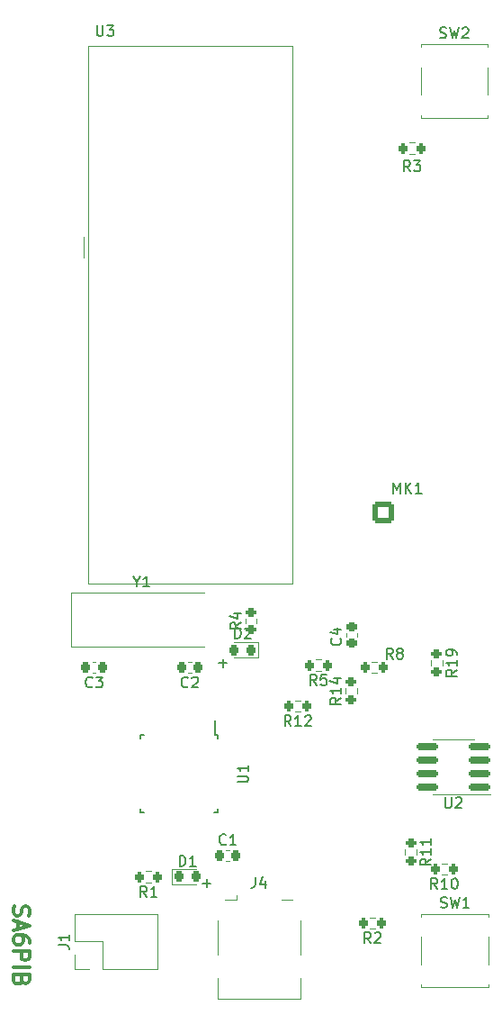
<source format=gto>
%TF.GenerationSoftware,KiCad,Pcbnew,6.0.6*%
%TF.CreationDate,2022-07-20T10:20:16+02:00*%
%TF.ProjectId,H_vfTimer,48e47666-5469-46d6-9572-2e6b69636164,rev?*%
%TF.SameCoordinates,Original*%
%TF.FileFunction,Legend,Top*%
%TF.FilePolarity,Positive*%
%FSLAX46Y46*%
G04 Gerber Fmt 4.6, Leading zero omitted, Abs format (unit mm)*
G04 Created by KiCad (PCBNEW 6.0.6) date 2022-07-20 10:20:16*
%MOMM*%
%LPD*%
G01*
G04 APERTURE LIST*
G04 Aperture macros list*
%AMRoundRect*
0 Rectangle with rounded corners*
0 $1 Rounding radius*
0 $2 $3 $4 $5 $6 $7 $8 $9 X,Y pos of 4 corners*
0 Add a 4 corners polygon primitive as box body*
4,1,4,$2,$3,$4,$5,$6,$7,$8,$9,$2,$3,0*
0 Add four circle primitives for the rounded corners*
1,1,$1+$1,$2,$3*
1,1,$1+$1,$4,$5*
1,1,$1+$1,$6,$7*
1,1,$1+$1,$8,$9*
0 Add four rect primitives between the rounded corners*
20,1,$1+$1,$2,$3,$4,$5,0*
20,1,$1+$1,$4,$5,$6,$7,0*
20,1,$1+$1,$6,$7,$8,$9,0*
20,1,$1+$1,$8,$9,$2,$3,0*%
G04 Aperture macros list end*
%ADD10C,0.150000*%
%ADD11C,0.300000*%
%ADD12C,0.120000*%
%ADD13C,1.000000*%
%ADD14R,0.500000X2.000000*%
%ADD15R,2.000000X1.700000*%
%ADD16R,1.550000X1.300000*%
%ADD17RoundRect,0.225000X0.225000X0.250000X-0.225000X0.250000X-0.225000X-0.250000X0.225000X-0.250000X0*%
%ADD18RoundRect,0.225000X-0.250000X0.225000X-0.250000X-0.225000X0.250000X-0.225000X0.250000X0.225000X0*%
%ADD19RoundRect,0.200000X0.200000X0.275000X-0.200000X0.275000X-0.200000X-0.275000X0.200000X-0.275000X0*%
%ADD20RoundRect,0.200000X0.275000X-0.200000X0.275000X0.200000X-0.275000X0.200000X-0.275000X-0.200000X0*%
%ADD21R,4.500000X2.000000*%
%ADD22R,1.500000X1.500000*%
%ADD23C,1.500000*%
%ADD24RoundRect,0.218750X-0.218750X-0.256250X0.218750X-0.256250X0.218750X0.256250X-0.218750X0.256250X0*%
%ADD25RoundRect,0.200000X-0.275000X0.200000X-0.275000X-0.200000X0.275000X-0.200000X0.275000X0.200000X0*%
%ADD26R,1.700000X1.700000*%
%ADD27O,1.700000X1.700000*%
%ADD28R,0.550000X1.600000*%
%ADD29R,1.600000X0.550000*%
%ADD30RoundRect,0.218750X0.218750X0.256250X-0.218750X0.256250X-0.218750X-0.256250X0.218750X-0.256250X0*%
%ADD31RoundRect,0.225000X-0.225000X-0.250000X0.225000X-0.250000X0.225000X0.250000X-0.225000X0.250000X0*%
%ADD32RoundRect,0.200000X-0.200000X-0.275000X0.200000X-0.275000X0.200000X0.275000X-0.200000X0.275000X0*%
%ADD33RoundRect,0.250001X-0.799999X-0.799999X0.799999X-0.799999X0.799999X0.799999X-0.799999X0.799999X0*%
%ADD34C,2.100000*%
%ADD35RoundRect,0.150000X0.825000X0.150000X-0.825000X0.150000X-0.825000X-0.150000X0.825000X-0.150000X0*%
%ADD36R,2.290000X3.000000*%
G04 APERTURE END LIST*
D10*
X118169047Y-106409428D02*
X118930952Y-106409428D01*
X118550000Y-106790380D02*
X118550000Y-106028476D01*
X116645047Y-127110428D02*
X117406952Y-127110428D01*
X117026000Y-127491380D02*
X117026000Y-126729476D01*
D11*
X98902857Y-129287142D02*
X98831428Y-129501428D01*
X98831428Y-129858571D01*
X98902857Y-130001428D01*
X98974285Y-130072857D01*
X99117142Y-130144285D01*
X99260000Y-130144285D01*
X99402857Y-130072857D01*
X99474285Y-130001428D01*
X99545714Y-129858571D01*
X99617142Y-129572857D01*
X99688571Y-129430000D01*
X99760000Y-129358571D01*
X99902857Y-129287142D01*
X100045714Y-129287142D01*
X100188571Y-129358571D01*
X100260000Y-129430000D01*
X100331428Y-129572857D01*
X100331428Y-129930000D01*
X100260000Y-130144285D01*
X99260000Y-130715714D02*
X99260000Y-131430000D01*
X98831428Y-130572857D02*
X100331428Y-131072857D01*
X98831428Y-131572857D01*
X100331428Y-132715714D02*
X100331428Y-132430000D01*
X100260000Y-132287142D01*
X100188571Y-132215714D01*
X99974285Y-132072857D01*
X99688571Y-132001428D01*
X99117142Y-132001428D01*
X98974285Y-132072857D01*
X98902857Y-132144285D01*
X98831428Y-132287142D01*
X98831428Y-132572857D01*
X98902857Y-132715714D01*
X98974285Y-132787142D01*
X99117142Y-132858571D01*
X99474285Y-132858571D01*
X99617142Y-132787142D01*
X99688571Y-132715714D01*
X99760000Y-132572857D01*
X99760000Y-132287142D01*
X99688571Y-132144285D01*
X99617142Y-132072857D01*
X99474285Y-132001428D01*
X98831428Y-133501428D02*
X100331428Y-133501428D01*
X100331428Y-134072857D01*
X100260000Y-134215714D01*
X100188571Y-134287142D01*
X100045714Y-134358571D01*
X99831428Y-134358571D01*
X99688571Y-134287142D01*
X99617142Y-134215714D01*
X99545714Y-134072857D01*
X99545714Y-133501428D01*
X98831428Y-135001428D02*
X100331428Y-135001428D01*
X99617142Y-136215714D02*
X99545714Y-136430000D01*
X99474285Y-136501428D01*
X99331428Y-136572857D01*
X99117142Y-136572857D01*
X98974285Y-136501428D01*
X98902857Y-136430000D01*
X98831428Y-136287142D01*
X98831428Y-135715714D01*
X100331428Y-135715714D01*
X100331428Y-136215714D01*
X100260000Y-136358571D01*
X100188571Y-136430000D01*
X100045714Y-136501428D01*
X99902857Y-136501428D01*
X99760000Y-136430000D01*
X99688571Y-136358571D01*
X99617142Y-136215714D01*
X99617142Y-135715714D01*
D10*
X121586666Y-126532380D02*
X121586666Y-127246666D01*
X121539047Y-127389523D01*
X121443809Y-127484761D01*
X121300952Y-127532380D01*
X121205714Y-127532380D01*
X122491428Y-126865714D02*
X122491428Y-127532380D01*
X122253333Y-126484761D02*
X122015238Y-127199047D01*
X122634285Y-127199047D01*
X138976666Y-47609761D02*
X139119523Y-47657380D01*
X139357619Y-47657380D01*
X139452857Y-47609761D01*
X139500476Y-47562142D01*
X139548095Y-47466904D01*
X139548095Y-47371666D01*
X139500476Y-47276428D01*
X139452857Y-47228809D01*
X139357619Y-47181190D01*
X139167142Y-47133571D01*
X139071904Y-47085952D01*
X139024285Y-47038333D01*
X138976666Y-46943095D01*
X138976666Y-46847857D01*
X139024285Y-46752619D01*
X139071904Y-46705000D01*
X139167142Y-46657380D01*
X139405238Y-46657380D01*
X139548095Y-46705000D01*
X139881428Y-46657380D02*
X140119523Y-47657380D01*
X140310000Y-46943095D01*
X140500476Y-47657380D01*
X140738571Y-46657380D01*
X141071904Y-46752619D02*
X141119523Y-46705000D01*
X141214761Y-46657380D01*
X141452857Y-46657380D01*
X141548095Y-46705000D01*
X141595714Y-46752619D01*
X141643333Y-46847857D01*
X141643333Y-46943095D01*
X141595714Y-47085952D01*
X141024285Y-47657380D01*
X141643333Y-47657380D01*
X106243333Y-108617142D02*
X106195714Y-108664761D01*
X106052857Y-108712380D01*
X105957619Y-108712380D01*
X105814761Y-108664761D01*
X105719523Y-108569523D01*
X105671904Y-108474285D01*
X105624285Y-108283809D01*
X105624285Y-108140952D01*
X105671904Y-107950476D01*
X105719523Y-107855238D01*
X105814761Y-107760000D01*
X105957619Y-107712380D01*
X106052857Y-107712380D01*
X106195714Y-107760000D01*
X106243333Y-107807619D01*
X106576666Y-107712380D02*
X107195714Y-107712380D01*
X106862380Y-108093333D01*
X107005238Y-108093333D01*
X107100476Y-108140952D01*
X107148095Y-108188571D01*
X107195714Y-108283809D01*
X107195714Y-108521904D01*
X107148095Y-108617142D01*
X107100476Y-108664761D01*
X107005238Y-108712380D01*
X106719523Y-108712380D01*
X106624285Y-108664761D01*
X106576666Y-108617142D01*
X129575142Y-104091666D02*
X129622761Y-104139285D01*
X129670380Y-104282142D01*
X129670380Y-104377380D01*
X129622761Y-104520238D01*
X129527523Y-104615476D01*
X129432285Y-104663095D01*
X129241809Y-104710714D01*
X129098952Y-104710714D01*
X128908476Y-104663095D01*
X128813238Y-104615476D01*
X128718000Y-104520238D01*
X128670380Y-104377380D01*
X128670380Y-104282142D01*
X128718000Y-104139285D01*
X128765619Y-104091666D01*
X129003714Y-103234523D02*
X129670380Y-103234523D01*
X128622761Y-103472619D02*
X129337047Y-103710714D01*
X129337047Y-103091666D01*
X132443333Y-132737380D02*
X132110000Y-132261190D01*
X131871904Y-132737380D02*
X131871904Y-131737380D01*
X132252857Y-131737380D01*
X132348095Y-131785000D01*
X132395714Y-131832619D01*
X132443333Y-131927857D01*
X132443333Y-132070714D01*
X132395714Y-132165952D01*
X132348095Y-132213571D01*
X132252857Y-132261190D01*
X131871904Y-132261190D01*
X132824285Y-131832619D02*
X132871904Y-131785000D01*
X132967142Y-131737380D01*
X133205238Y-131737380D01*
X133300476Y-131785000D01*
X133348095Y-131832619D01*
X133395714Y-131927857D01*
X133395714Y-132023095D01*
X133348095Y-132165952D01*
X132776666Y-132737380D01*
X133395714Y-132737380D01*
X120207380Y-102621666D02*
X119731190Y-102955000D01*
X120207380Y-103193095D02*
X119207380Y-103193095D01*
X119207380Y-102812142D01*
X119255000Y-102716904D01*
X119302619Y-102669285D01*
X119397857Y-102621666D01*
X119540714Y-102621666D01*
X119635952Y-102669285D01*
X119683571Y-102716904D01*
X119731190Y-102812142D01*
X119731190Y-103193095D01*
X119540714Y-101764523D02*
X120207380Y-101764523D01*
X119159761Y-102002619D02*
X119874047Y-102240714D01*
X119874047Y-101621666D01*
X127343333Y-108487380D02*
X127010000Y-108011190D01*
X126771904Y-108487380D02*
X126771904Y-107487380D01*
X127152857Y-107487380D01*
X127248095Y-107535000D01*
X127295714Y-107582619D01*
X127343333Y-107677857D01*
X127343333Y-107820714D01*
X127295714Y-107915952D01*
X127248095Y-107963571D01*
X127152857Y-108011190D01*
X126771904Y-108011190D01*
X128248095Y-107487380D02*
X127771904Y-107487380D01*
X127724285Y-107963571D01*
X127771904Y-107915952D01*
X127867142Y-107868333D01*
X128105238Y-107868333D01*
X128200476Y-107915952D01*
X128248095Y-107963571D01*
X128295714Y-108058809D01*
X128295714Y-108296904D01*
X128248095Y-108392142D01*
X128200476Y-108439761D01*
X128105238Y-108487380D01*
X127867142Y-108487380D01*
X127771904Y-108439761D01*
X127724285Y-108392142D01*
X110433809Y-98756190D02*
X110433809Y-99232380D01*
X110100476Y-98232380D02*
X110433809Y-98756190D01*
X110767142Y-98232380D01*
X111624285Y-99232380D02*
X111052857Y-99232380D01*
X111338571Y-99232380D02*
X111338571Y-98232380D01*
X111243333Y-98375238D01*
X111148095Y-98470476D01*
X111052857Y-98518095D01*
X106676595Y-46452380D02*
X106676595Y-47261904D01*
X106724214Y-47357142D01*
X106771833Y-47404761D01*
X106867071Y-47452380D01*
X107057547Y-47452380D01*
X107152785Y-47404761D01*
X107200404Y-47357142D01*
X107248023Y-47261904D01*
X107248023Y-46452380D01*
X107628976Y-46452380D02*
X108248023Y-46452380D01*
X107914690Y-46833333D01*
X108057547Y-46833333D01*
X108152785Y-46880952D01*
X108200404Y-46928571D01*
X108248023Y-47023809D01*
X108248023Y-47261904D01*
X108200404Y-47357142D01*
X108152785Y-47404761D01*
X108057547Y-47452380D01*
X107771833Y-47452380D01*
X107676595Y-47404761D01*
X107628976Y-47357142D01*
X129632380Y-109672857D02*
X129156190Y-110006190D01*
X129632380Y-110244285D02*
X128632380Y-110244285D01*
X128632380Y-109863333D01*
X128680000Y-109768095D01*
X128727619Y-109720476D01*
X128822857Y-109672857D01*
X128965714Y-109672857D01*
X129060952Y-109720476D01*
X129108571Y-109768095D01*
X129156190Y-109863333D01*
X129156190Y-110244285D01*
X129632380Y-108720476D02*
X129632380Y-109291904D01*
X129632380Y-109006190D02*
X128632380Y-109006190D01*
X128775238Y-109101428D01*
X128870476Y-109196666D01*
X128918095Y-109291904D01*
X128965714Y-107863333D02*
X129632380Y-107863333D01*
X128584761Y-108101428D02*
X129299047Y-108339523D01*
X129299047Y-107720476D01*
X124942142Y-112337380D02*
X124608809Y-111861190D01*
X124370714Y-112337380D02*
X124370714Y-111337380D01*
X124751666Y-111337380D01*
X124846904Y-111385000D01*
X124894523Y-111432619D01*
X124942142Y-111527857D01*
X124942142Y-111670714D01*
X124894523Y-111765952D01*
X124846904Y-111813571D01*
X124751666Y-111861190D01*
X124370714Y-111861190D01*
X125894523Y-112337380D02*
X125323095Y-112337380D01*
X125608809Y-112337380D02*
X125608809Y-111337380D01*
X125513571Y-111480238D01*
X125418333Y-111575476D01*
X125323095Y-111623095D01*
X126275476Y-111432619D02*
X126323095Y-111385000D01*
X126418333Y-111337380D01*
X126656428Y-111337380D01*
X126751666Y-111385000D01*
X126799285Y-111432619D01*
X126846904Y-111527857D01*
X126846904Y-111623095D01*
X126799285Y-111765952D01*
X126227857Y-112337380D01*
X126846904Y-112337380D01*
X114446904Y-125502380D02*
X114446904Y-124502380D01*
X114685000Y-124502380D01*
X114827857Y-124550000D01*
X114923095Y-124645238D01*
X114970714Y-124740476D01*
X115018333Y-124930952D01*
X115018333Y-125073809D01*
X114970714Y-125264285D01*
X114923095Y-125359523D01*
X114827857Y-125454761D01*
X114685000Y-125502380D01*
X114446904Y-125502380D01*
X115970714Y-125502380D02*
X115399285Y-125502380D01*
X115685000Y-125502380D02*
X115685000Y-124502380D01*
X115589761Y-124645238D01*
X115494523Y-124740476D01*
X115399285Y-124788095D01*
X138092380Y-124822857D02*
X137616190Y-125156190D01*
X138092380Y-125394285D02*
X137092380Y-125394285D01*
X137092380Y-125013333D01*
X137140000Y-124918095D01*
X137187619Y-124870476D01*
X137282857Y-124822857D01*
X137425714Y-124822857D01*
X137520952Y-124870476D01*
X137568571Y-124918095D01*
X137616190Y-125013333D01*
X137616190Y-125394285D01*
X138092380Y-123870476D02*
X138092380Y-124441904D01*
X138092380Y-124156190D02*
X137092380Y-124156190D01*
X137235238Y-124251428D01*
X137330476Y-124346666D01*
X137378095Y-124441904D01*
X138092380Y-122918095D02*
X138092380Y-123489523D01*
X138092380Y-123203809D02*
X137092380Y-123203809D01*
X137235238Y-123299047D01*
X137330476Y-123394285D01*
X137378095Y-123489523D01*
X138717142Y-127637380D02*
X138383809Y-127161190D01*
X138145714Y-127637380D02*
X138145714Y-126637380D01*
X138526666Y-126637380D01*
X138621904Y-126685000D01*
X138669523Y-126732619D01*
X138717142Y-126827857D01*
X138717142Y-126970714D01*
X138669523Y-127065952D01*
X138621904Y-127113571D01*
X138526666Y-127161190D01*
X138145714Y-127161190D01*
X139669523Y-127637380D02*
X139098095Y-127637380D01*
X139383809Y-127637380D02*
X139383809Y-126637380D01*
X139288571Y-126780238D01*
X139193333Y-126875476D01*
X139098095Y-126923095D01*
X140288571Y-126637380D02*
X140383809Y-126637380D01*
X140479047Y-126685000D01*
X140526666Y-126732619D01*
X140574285Y-126827857D01*
X140621904Y-127018333D01*
X140621904Y-127256428D01*
X140574285Y-127446904D01*
X140526666Y-127542142D01*
X140479047Y-127589761D01*
X140383809Y-127637380D01*
X140288571Y-127637380D01*
X140193333Y-127589761D01*
X140145714Y-127542142D01*
X140098095Y-127446904D01*
X140050476Y-127256428D01*
X140050476Y-127018333D01*
X140098095Y-126827857D01*
X140145714Y-126732619D01*
X140193333Y-126685000D01*
X140288571Y-126637380D01*
X115243333Y-108617142D02*
X115195714Y-108664761D01*
X115052857Y-108712380D01*
X114957619Y-108712380D01*
X114814761Y-108664761D01*
X114719523Y-108569523D01*
X114671904Y-108474285D01*
X114624285Y-108283809D01*
X114624285Y-108140952D01*
X114671904Y-107950476D01*
X114719523Y-107855238D01*
X114814761Y-107760000D01*
X114957619Y-107712380D01*
X115052857Y-107712380D01*
X115195714Y-107760000D01*
X115243333Y-107807619D01*
X115624285Y-107807619D02*
X115671904Y-107760000D01*
X115767142Y-107712380D01*
X116005238Y-107712380D01*
X116100476Y-107760000D01*
X116148095Y-107807619D01*
X116195714Y-107902857D01*
X116195714Y-107998095D01*
X116148095Y-108140952D01*
X115576666Y-108712380D01*
X116195714Y-108712380D01*
X139026666Y-129359761D02*
X139169523Y-129407380D01*
X139407619Y-129407380D01*
X139502857Y-129359761D01*
X139550476Y-129312142D01*
X139598095Y-129216904D01*
X139598095Y-129121666D01*
X139550476Y-129026428D01*
X139502857Y-128978809D01*
X139407619Y-128931190D01*
X139217142Y-128883571D01*
X139121904Y-128835952D01*
X139074285Y-128788333D01*
X139026666Y-128693095D01*
X139026666Y-128597857D01*
X139074285Y-128502619D01*
X139121904Y-128455000D01*
X139217142Y-128407380D01*
X139455238Y-128407380D01*
X139598095Y-128455000D01*
X139931428Y-128407380D02*
X140169523Y-129407380D01*
X140360000Y-128693095D01*
X140550476Y-129407380D01*
X140788571Y-128407380D01*
X141693333Y-129407380D02*
X141121904Y-129407380D01*
X141407619Y-129407380D02*
X141407619Y-128407380D01*
X141312380Y-128550238D01*
X141217142Y-128645476D01*
X141121904Y-128693095D01*
X103055380Y-132926333D02*
X103769666Y-132926333D01*
X103912523Y-132973952D01*
X104007761Y-133069190D01*
X104055380Y-133212047D01*
X104055380Y-133307285D01*
X104055380Y-131926333D02*
X104055380Y-132497761D01*
X104055380Y-132212047D02*
X103055380Y-132212047D01*
X103198238Y-132307285D01*
X103293476Y-132402523D01*
X103341095Y-132497761D01*
X140542380Y-107047857D02*
X140066190Y-107381190D01*
X140542380Y-107619285D02*
X139542380Y-107619285D01*
X139542380Y-107238333D01*
X139590000Y-107143095D01*
X139637619Y-107095476D01*
X139732857Y-107047857D01*
X139875714Y-107047857D01*
X139970952Y-107095476D01*
X140018571Y-107143095D01*
X140066190Y-107238333D01*
X140066190Y-107619285D01*
X140542380Y-106095476D02*
X140542380Y-106666904D01*
X140542380Y-106381190D02*
X139542380Y-106381190D01*
X139685238Y-106476428D01*
X139780476Y-106571666D01*
X139828095Y-106666904D01*
X140542380Y-105619285D02*
X140542380Y-105428809D01*
X140494761Y-105333571D01*
X140447142Y-105285952D01*
X140304285Y-105190714D01*
X140113809Y-105143095D01*
X139732857Y-105143095D01*
X139637619Y-105190714D01*
X139590000Y-105238333D01*
X139542380Y-105333571D01*
X139542380Y-105524047D01*
X139590000Y-105619285D01*
X139637619Y-105666904D01*
X139732857Y-105714523D01*
X139970952Y-105714523D01*
X140066190Y-105666904D01*
X140113809Y-105619285D01*
X140161428Y-105524047D01*
X140161428Y-105333571D01*
X140113809Y-105238333D01*
X140066190Y-105190714D01*
X139970952Y-105143095D01*
X119912380Y-117591904D02*
X120721904Y-117591904D01*
X120817142Y-117544285D01*
X120864761Y-117496666D01*
X120912380Y-117401428D01*
X120912380Y-117210952D01*
X120864761Y-117115714D01*
X120817142Y-117068095D01*
X120721904Y-117020476D01*
X119912380Y-117020476D01*
X120912380Y-116020476D02*
X120912380Y-116591904D01*
X120912380Y-116306190D02*
X119912380Y-116306190D01*
X120055238Y-116401428D01*
X120150476Y-116496666D01*
X120198095Y-116591904D01*
X119653904Y-104093380D02*
X119653904Y-103093380D01*
X119892000Y-103093380D01*
X120034857Y-103141000D01*
X120130095Y-103236238D01*
X120177714Y-103331476D01*
X120225333Y-103521952D01*
X120225333Y-103664809D01*
X120177714Y-103855285D01*
X120130095Y-103950523D01*
X120034857Y-104045761D01*
X119892000Y-104093380D01*
X119653904Y-104093380D01*
X120606285Y-103188619D02*
X120653904Y-103141000D01*
X120749142Y-103093380D01*
X120987238Y-103093380D01*
X121082476Y-103141000D01*
X121130095Y-103188619D01*
X121177714Y-103283857D01*
X121177714Y-103379095D01*
X121130095Y-103521952D01*
X120558666Y-104093380D01*
X121177714Y-104093380D01*
X118818333Y-123407142D02*
X118770714Y-123454761D01*
X118627857Y-123502380D01*
X118532619Y-123502380D01*
X118389761Y-123454761D01*
X118294523Y-123359523D01*
X118246904Y-123264285D01*
X118199285Y-123073809D01*
X118199285Y-122930952D01*
X118246904Y-122740476D01*
X118294523Y-122645238D01*
X118389761Y-122550000D01*
X118532619Y-122502380D01*
X118627857Y-122502380D01*
X118770714Y-122550000D01*
X118818333Y-122597619D01*
X119770714Y-123502380D02*
X119199285Y-123502380D01*
X119485000Y-123502380D02*
X119485000Y-122502380D01*
X119389761Y-122645238D01*
X119294523Y-122740476D01*
X119199285Y-122788095D01*
X134512333Y-106028380D02*
X134179000Y-105552190D01*
X133940904Y-106028380D02*
X133940904Y-105028380D01*
X134321857Y-105028380D01*
X134417095Y-105076000D01*
X134464714Y-105123619D01*
X134512333Y-105218857D01*
X134512333Y-105361714D01*
X134464714Y-105456952D01*
X134417095Y-105504571D01*
X134321857Y-105552190D01*
X133940904Y-105552190D01*
X135083761Y-105456952D02*
X134988523Y-105409333D01*
X134940904Y-105361714D01*
X134893285Y-105266476D01*
X134893285Y-105218857D01*
X134940904Y-105123619D01*
X134988523Y-105076000D01*
X135083761Y-105028380D01*
X135274238Y-105028380D01*
X135369476Y-105076000D01*
X135417095Y-105123619D01*
X135464714Y-105218857D01*
X135464714Y-105266476D01*
X135417095Y-105361714D01*
X135369476Y-105409333D01*
X135274238Y-105456952D01*
X135083761Y-105456952D01*
X134988523Y-105504571D01*
X134940904Y-105552190D01*
X134893285Y-105647428D01*
X134893285Y-105837904D01*
X134940904Y-105933142D01*
X134988523Y-105980761D01*
X135083761Y-106028380D01*
X135274238Y-106028380D01*
X135369476Y-105980761D01*
X135417095Y-105933142D01*
X135464714Y-105837904D01*
X135464714Y-105647428D01*
X135417095Y-105552190D01*
X135369476Y-105504571D01*
X135274238Y-105456952D01*
X136163333Y-60181380D02*
X135830000Y-59705190D01*
X135591904Y-60181380D02*
X135591904Y-59181380D01*
X135972857Y-59181380D01*
X136068095Y-59229000D01*
X136115714Y-59276619D01*
X136163333Y-59371857D01*
X136163333Y-59514714D01*
X136115714Y-59609952D01*
X136068095Y-59657571D01*
X135972857Y-59705190D01*
X135591904Y-59705190D01*
X136496666Y-59181380D02*
X137115714Y-59181380D01*
X136782380Y-59562333D01*
X136925238Y-59562333D01*
X137020476Y-59609952D01*
X137068095Y-59657571D01*
X137115714Y-59752809D01*
X137115714Y-59990904D01*
X137068095Y-60086142D01*
X137020476Y-60133761D01*
X136925238Y-60181380D01*
X136639523Y-60181380D01*
X136544285Y-60133761D01*
X136496666Y-60086142D01*
X134575476Y-90432380D02*
X134575476Y-89432380D01*
X134908809Y-90146666D01*
X135242142Y-89432380D01*
X135242142Y-90432380D01*
X135718333Y-90432380D02*
X135718333Y-89432380D01*
X136289761Y-90432380D02*
X135861190Y-89860952D01*
X136289761Y-89432380D02*
X135718333Y-90003809D01*
X137242142Y-90432380D02*
X136670714Y-90432380D01*
X136956428Y-90432380D02*
X136956428Y-89432380D01*
X136861190Y-89575238D01*
X136765952Y-89670476D01*
X136670714Y-89718095D01*
X139448095Y-119032380D02*
X139448095Y-119841904D01*
X139495714Y-119937142D01*
X139543333Y-119984761D01*
X139638571Y-120032380D01*
X139829047Y-120032380D01*
X139924285Y-119984761D01*
X139971904Y-119937142D01*
X140019523Y-119841904D01*
X140019523Y-119032380D01*
X140448095Y-119127619D02*
X140495714Y-119080000D01*
X140590952Y-119032380D01*
X140829047Y-119032380D01*
X140924285Y-119080000D01*
X140971904Y-119127619D01*
X141019523Y-119222857D01*
X141019523Y-119318095D01*
X140971904Y-119460952D01*
X140400476Y-120032380D01*
X141019523Y-120032380D01*
X111368333Y-128387380D02*
X111035000Y-127911190D01*
X110796904Y-128387380D02*
X110796904Y-127387380D01*
X111177857Y-127387380D01*
X111273095Y-127435000D01*
X111320714Y-127482619D01*
X111368333Y-127577857D01*
X111368333Y-127720714D01*
X111320714Y-127815952D01*
X111273095Y-127863571D01*
X111177857Y-127911190D01*
X110796904Y-127911190D01*
X112320714Y-128387380D02*
X111749285Y-128387380D01*
X112035000Y-128387380D02*
X112035000Y-127387380D01*
X111939761Y-127530238D01*
X111844523Y-127625476D01*
X111749285Y-127673095D01*
D12*
X118730000Y-128670000D02*
X119810000Y-128670000D01*
X118010000Y-133820000D02*
X118010000Y-130590000D01*
X125830000Y-137990000D02*
X125830000Y-136040000D01*
X119810000Y-128670000D02*
X119810000Y-128240000D01*
X124030000Y-128670000D02*
X125110000Y-128670000D01*
X125830000Y-137990000D02*
X118010000Y-137990000D01*
X118010000Y-137990000D02*
X118010000Y-136040000D01*
X125830000Y-133820000D02*
X125830000Y-130590000D01*
X137160000Y-48255000D02*
X143460000Y-48255000D01*
X143460000Y-54905000D02*
X143460000Y-55155000D01*
X143460000Y-55155000D02*
X137160000Y-55155000D01*
X143460000Y-50405000D02*
X143460000Y-53005000D01*
X137160000Y-48505000D02*
X137160000Y-48255000D01*
X137160000Y-55155000D02*
X137160000Y-54905000D01*
X143460000Y-48255000D02*
X143460000Y-48505000D01*
X137160000Y-53005000D02*
X137160000Y-50405000D01*
X106550580Y-107340000D02*
X106269420Y-107340000D01*
X106550580Y-106320000D02*
X106269420Y-106320000D01*
X131145000Y-103639420D02*
X131145000Y-103920580D01*
X130125000Y-103639420D02*
X130125000Y-103920580D01*
X132847258Y-130332500D02*
X132372742Y-130332500D01*
X132847258Y-131377500D02*
X132372742Y-131377500D01*
X121707500Y-102692258D02*
X121707500Y-102217742D01*
X120662500Y-102692258D02*
X120662500Y-102217742D01*
X127747258Y-106082500D02*
X127272742Y-106082500D01*
X127747258Y-107127500D02*
X127272742Y-107127500D01*
X116810000Y-99780000D02*
X104210000Y-99780000D01*
X104210000Y-104880000D02*
X116810000Y-104880000D01*
X104210000Y-99780000D02*
X104210000Y-104880000D01*
X105838500Y-48390000D02*
X125078500Y-48390000D01*
X105838500Y-48390000D02*
X105838500Y-98930000D01*
X105838500Y-98930000D02*
X125078500Y-98930000D01*
X105458500Y-66310000D02*
X105458500Y-68310000D01*
X125078500Y-98930000D02*
X125078500Y-48390000D01*
X130087500Y-109267258D02*
X130087500Y-108792742D01*
X131132500Y-109267258D02*
X131132500Y-108792742D01*
X125822258Y-109932500D02*
X125347742Y-109932500D01*
X125822258Y-110977500D02*
X125347742Y-110977500D01*
X115985000Y-125745000D02*
X113700000Y-125745000D01*
X113700000Y-125745000D02*
X113700000Y-127215000D01*
X113700000Y-127215000D02*
X115985000Y-127215000D01*
X136732500Y-123942742D02*
X136732500Y-124417258D01*
X135687500Y-123942742D02*
X135687500Y-124417258D01*
X139597258Y-126277500D02*
X139122742Y-126277500D01*
X139597258Y-125232500D02*
X139122742Y-125232500D01*
X115550580Y-106320000D02*
X115269420Y-106320000D01*
X115550580Y-107340000D02*
X115269420Y-107340000D01*
X143510000Y-130005000D02*
X143510000Y-130255000D01*
X143510000Y-136655000D02*
X143510000Y-136905000D01*
X143510000Y-132155000D02*
X143510000Y-134755000D01*
X137210000Y-136905000D02*
X137210000Y-136655000D01*
X137210000Y-130005000D02*
X143510000Y-130005000D01*
X137210000Y-134755000D02*
X137210000Y-132155000D01*
X143510000Y-136905000D02*
X137210000Y-136905000D01*
X137210000Y-130255000D02*
X137210000Y-130005000D01*
X104603000Y-129993000D02*
X112343000Y-129993000D01*
X112343000Y-135193000D02*
X112343000Y-129993000D01*
X104603000Y-135193000D02*
X104603000Y-133863000D01*
X105933000Y-135193000D02*
X104603000Y-135193000D01*
X107203000Y-135193000D02*
X112343000Y-135193000D01*
X107203000Y-132593000D02*
X104603000Y-132593000D01*
X107203000Y-135193000D02*
X107203000Y-132593000D01*
X104603000Y-132593000D02*
X104603000Y-129993000D01*
X139182500Y-106167742D02*
X139182500Y-106642258D01*
X138137500Y-106167742D02*
X138137500Y-106642258D01*
D10*
X110785000Y-120455000D02*
X111110000Y-120455000D01*
X110785000Y-120455000D02*
X110785000Y-120130000D01*
X118035000Y-113205000D02*
X118035000Y-113530000D01*
X118035000Y-120455000D02*
X117710000Y-120455000D01*
X117810000Y-113205000D02*
X117810000Y-111780000D01*
X118035000Y-113205000D02*
X117810000Y-113205000D01*
X110785000Y-113205000D02*
X110785000Y-113530000D01*
X110785000Y-113205000D02*
X111110000Y-113205000D01*
X118035000Y-120455000D02*
X118035000Y-120130000D01*
D12*
X121845000Y-105915000D02*
X121845000Y-104445000D01*
X119560000Y-105915000D02*
X121845000Y-105915000D01*
X121845000Y-104445000D02*
X119560000Y-104445000D01*
X118844420Y-123970000D02*
X119125580Y-123970000D01*
X118844420Y-124990000D02*
X119125580Y-124990000D01*
X132532742Y-106307500D02*
X133007258Y-106307500D01*
X132532742Y-107352500D02*
X133007258Y-107352500D01*
X136567258Y-58527500D02*
X136092742Y-58527500D01*
X136567258Y-57482500D02*
X136092742Y-57482500D01*
X140210000Y-118740000D02*
X138260000Y-118740000D01*
X140210000Y-113620000D02*
X142160000Y-113620000D01*
X140210000Y-118740000D02*
X143660000Y-118740000D01*
X140210000Y-113620000D02*
X138260000Y-113620000D01*
X111772258Y-127027500D02*
X111297742Y-127027500D01*
X111772258Y-125982500D02*
X111297742Y-125982500D01*
%LPC*%
D13*
X119720000Y-132080000D03*
X124120000Y-132080000D03*
D14*
X120320000Y-129380000D03*
X121120000Y-129380000D03*
X121920000Y-129380000D03*
X122720000Y-129380000D03*
X123520000Y-129380000D03*
D15*
X117470000Y-134930000D03*
X126370000Y-134930000D03*
X126370000Y-129480000D03*
X117470000Y-129480000D03*
D16*
X144285000Y-49455000D03*
X136335000Y-49455000D03*
X144285000Y-53955000D03*
X136335000Y-53955000D03*
D17*
X107185000Y-106830000D03*
X105635000Y-106830000D03*
D18*
X130635000Y-103005000D03*
X130635000Y-104555000D03*
D19*
X133435000Y-130855000D03*
X131785000Y-130855000D03*
D20*
X121185000Y-103280000D03*
X121185000Y-101630000D03*
D19*
X128335000Y-106605000D03*
X126685000Y-106605000D03*
D21*
X106660000Y-102330000D03*
X115160000Y-102330000D03*
D22*
X107838500Y-67310000D03*
D23*
X107838500Y-69850000D03*
X107838500Y-72390000D03*
X107838500Y-74930000D03*
X107838500Y-77470000D03*
X107838500Y-80010000D03*
X123078500Y-80010000D03*
X123078500Y-77470000D03*
X123078500Y-74930000D03*
X123078500Y-72390000D03*
X123078500Y-69850000D03*
X123078500Y-67310000D03*
D20*
X130610000Y-109855000D03*
X130610000Y-108205000D03*
D19*
X126410000Y-110455000D03*
X124760000Y-110455000D03*
D24*
X115972500Y-126480000D03*
X114397500Y-126480000D03*
D25*
X136210000Y-123355000D03*
X136210000Y-125005000D03*
D19*
X140185000Y-125755000D03*
X138535000Y-125755000D03*
D17*
X116185000Y-106830000D03*
X114635000Y-106830000D03*
D16*
X136385000Y-131205000D03*
X144335000Y-131205000D03*
X136385000Y-135705000D03*
X144335000Y-135705000D03*
D26*
X105933000Y-133863000D03*
D27*
X105933000Y-131323000D03*
X108473000Y-133863000D03*
X108473000Y-131323000D03*
X111013000Y-133863000D03*
X111013000Y-131323000D03*
D25*
X138660000Y-105580000D03*
X138660000Y-107230000D03*
D28*
X117210000Y-112580000D03*
X116410000Y-112580000D03*
X115610000Y-112580000D03*
X114810000Y-112580000D03*
X114010000Y-112580000D03*
X113210000Y-112580000D03*
X112410000Y-112580000D03*
X111610000Y-112580000D03*
D29*
X110160000Y-114030000D03*
X110160000Y-114830000D03*
X110160000Y-115630000D03*
X110160000Y-116430000D03*
X110160000Y-117230000D03*
X110160000Y-118030000D03*
X110160000Y-118830000D03*
X110160000Y-119630000D03*
D28*
X111610000Y-121080000D03*
X112410000Y-121080000D03*
X113210000Y-121080000D03*
X114010000Y-121080000D03*
X114810000Y-121080000D03*
X115610000Y-121080000D03*
X116410000Y-121080000D03*
X117210000Y-121080000D03*
D29*
X118660000Y-119630000D03*
X118660000Y-118830000D03*
X118660000Y-118030000D03*
X118660000Y-117230000D03*
X118660000Y-116430000D03*
X118660000Y-115630000D03*
X118660000Y-114830000D03*
X118660000Y-114030000D03*
D30*
X121147500Y-105180000D03*
X119572500Y-105180000D03*
D31*
X118210000Y-124480000D03*
X119760000Y-124480000D03*
D32*
X131945000Y-106830000D03*
X133595000Y-106830000D03*
D19*
X137155000Y-58005000D03*
X135505000Y-58005000D03*
D33*
X133585000Y-92230000D03*
D34*
X138185000Y-92230000D03*
D35*
X142685000Y-118085000D03*
X142685000Y-116815000D03*
X142685000Y-115545000D03*
X142685000Y-114275000D03*
X137735000Y-114275000D03*
X137735000Y-115545000D03*
X137735000Y-116815000D03*
X137735000Y-118085000D03*
D36*
X140210000Y-116180000D03*
D19*
X112360000Y-126505000D03*
X110710000Y-126505000D03*
M02*

</source>
